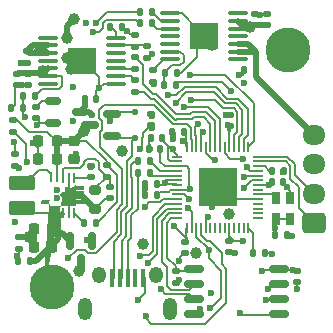
<source format=gbr>
%TF.GenerationSoftware,KiCad,Pcbnew,9.0.5*%
%TF.CreationDate,2025-12-03T11:23:26-08:00*%
%TF.ProjectId,camcontrol,63616d63-6f6e-4747-926f-6c2e6b696361,rev?*%
%TF.SameCoordinates,Original*%
%TF.FileFunction,Copper,L1,Top*%
%TF.FilePolarity,Positive*%
%FSLAX46Y46*%
G04 Gerber Fmt 4.6, Leading zero omitted, Abs format (unit mm)*
G04 Created by KiCad (PCBNEW 9.0.5) date 2025-12-03 11:23:26*
%MOMM*%
%LPD*%
G01*
G04 APERTURE LIST*
G04 Aperture macros list*
%AMRoundRect*
0 Rectangle with rounded corners*
0 $1 Rounding radius*
0 $2 $3 $4 $5 $6 $7 $8 $9 X,Y pos of 4 corners*
0 Add a 4 corners polygon primitive as box body*
4,1,4,$2,$3,$4,$5,$6,$7,$8,$9,$2,$3,0*
0 Add four circle primitives for the rounded corners*
1,1,$1+$1,$2,$3*
1,1,$1+$1,$4,$5*
1,1,$1+$1,$6,$7*
1,1,$1+$1,$8,$9*
0 Add four rect primitives between the rounded corners*
20,1,$1+$1,$2,$3,$4,$5,0*
20,1,$1+$1,$4,$5,$6,$7,0*
20,1,$1+$1,$6,$7,$8,$9,0*
20,1,$1+$1,$8,$9,$2,$3,0*%
%AMFreePoly0*
4,1,77,1.105355,0.885355,1.120000,0.850000,1.120000,0.750000,1.770000,0.750000,1.805355,0.735355,1.820000,0.700000,1.820000,0.500000,1.805355,0.464645,1.770000,0.450000,1.120000,0.450000,1.120000,0.350000,1.770000,0.350000,1.805355,0.335355,1.820000,0.300000,1.820000,0.100000,1.805355,0.064645,1.770000,0.050000,1.120000,0.050000,1.120000,-0.050000,1.770000,-0.050000,
1.805355,-0.064645,1.820000,-0.100000,1.820000,-0.300000,1.805355,-0.335355,1.770000,-0.350000,1.120000,-0.350000,1.120000,-0.450000,1.770000,-0.450000,1.805355,-0.464645,1.820000,-0.500000,1.820000,-0.700000,1.805355,-0.735355,1.770000,-0.750000,1.120000,-0.750000,1.120000,-0.850000,1.105355,-0.885355,1.070000,-0.900000,-1.080000,-0.900000,-1.115355,-0.885355,-1.130000,-0.850000,
-1.130000,-0.750000,-1.780000,-0.750000,-1.815355,-0.735355,-1.830000,-0.700000,-1.830000,-0.500000,-1.815355,-0.464645,-1.780000,-0.450000,-1.130000,-0.450000,-1.130000,-0.350000,-1.780000,-0.350000,-1.815355,-0.335355,-1.830000,-0.300000,-1.830000,-0.100000,-1.815355,-0.064645,-1.780000,-0.050000,-1.130000,-0.050000,-1.130000,0.050000,-1.780000,0.050000,-1.815355,0.064645,-1.830000,0.100000,
-1.830000,0.300000,-1.815355,0.335355,-1.780000,0.350000,-1.130000,0.350000,-1.130000,0.450000,-1.780000,0.450000,-1.815355,0.464645,-1.830000,0.500000,-1.830000,0.700000,-1.815355,0.735355,-1.780000,0.750000,-1.130000,0.750000,-1.130000,0.850000,-1.115355,0.885355,-1.080000,0.900000,1.070000,0.900000,1.105355,0.885355,1.105355,0.885355,$1*%
G04 Aperture macros list end*
%TA.AperFunction,SMDPad,CuDef*%
%ADD10RoundRect,0.140000X0.170000X-0.140000X0.170000X0.140000X-0.170000X0.140000X-0.170000X-0.140000X0*%
%TD*%
%TA.AperFunction,SMDPad,CuDef*%
%ADD11RoundRect,0.200000X-0.275000X0.200000X-0.275000X-0.200000X0.275000X-0.200000X0.275000X0.200000X0*%
%TD*%
%TA.AperFunction,SMDPad,CuDef*%
%ADD12RoundRect,0.135000X0.135000X0.185000X-0.135000X0.185000X-0.135000X-0.185000X0.135000X-0.185000X0*%
%TD*%
%TA.AperFunction,SMDPad,CuDef*%
%ADD13R,0.280000X0.880000*%
%TD*%
%TA.AperFunction,SMDPad,CuDef*%
%ADD14FreePoly0,0.000000*%
%TD*%
%TA.AperFunction,SMDPad,CuDef*%
%ADD15R,0.400000X1.600000*%
%TD*%
%TA.AperFunction,ComponentPad*%
%ADD16O,1.200000X1.400000*%
%TD*%
%TA.AperFunction,ComponentPad*%
%ADD17O,1.200000X1.900000*%
%TD*%
%TA.AperFunction,SMDPad,CuDef*%
%ADD18RoundRect,0.140000X-0.170000X0.140000X-0.170000X-0.140000X0.170000X-0.140000X0.170000X0.140000X0*%
%TD*%
%TA.AperFunction,SMDPad,CuDef*%
%ADD19RoundRect,0.135000X-0.185000X0.135000X-0.185000X-0.135000X0.185000X-0.135000X0.185000X0.135000X0*%
%TD*%
%TA.AperFunction,SMDPad,CuDef*%
%ADD20RoundRect,0.140000X-0.140000X-0.170000X0.140000X-0.170000X0.140000X0.170000X-0.140000X0.170000X0*%
%TD*%
%TA.AperFunction,SMDPad,CuDef*%
%ADD21RoundRect,0.135000X0.185000X-0.135000X0.185000X0.135000X-0.185000X0.135000X-0.185000X-0.135000X0*%
%TD*%
%TA.AperFunction,SMDPad,CuDef*%
%ADD22RoundRect,0.140000X0.140000X0.170000X-0.140000X0.170000X-0.140000X-0.170000X0.140000X-0.170000X0*%
%TD*%
%TA.AperFunction,ComponentPad*%
%ADD23C,3.800000*%
%TD*%
%TA.AperFunction,SMDPad,CuDef*%
%ADD24RoundRect,0.150000X-0.150000X0.587500X-0.150000X-0.587500X0.150000X-0.587500X0.150000X0.587500X0*%
%TD*%
%TA.AperFunction,SMDPad,CuDef*%
%ADD25RoundRect,0.225000X0.225000X0.250000X-0.225000X0.250000X-0.225000X-0.250000X0.225000X-0.250000X0*%
%TD*%
%TA.AperFunction,SMDPad,CuDef*%
%ADD26RoundRect,0.135000X-0.135000X-0.185000X0.135000X-0.185000X0.135000X0.185000X-0.135000X0.185000X0*%
%TD*%
%TA.AperFunction,SMDPad,CuDef*%
%ADD27RoundRect,0.225000X-0.250000X0.225000X-0.250000X-0.225000X0.250000X-0.225000X0.250000X0.225000X0*%
%TD*%
%TA.AperFunction,SMDPad,CuDef*%
%ADD28RoundRect,0.250000X0.850000X-0.375000X0.850000X0.375000X-0.850000X0.375000X-0.850000X-0.375000X0*%
%TD*%
%TA.AperFunction,SMDPad,CuDef*%
%ADD29RoundRect,0.150000X0.587500X0.150000X-0.587500X0.150000X-0.587500X-0.150000X0.587500X-0.150000X0*%
%TD*%
%TA.AperFunction,SMDPad,CuDef*%
%ADD30O,1.730000X0.340000*%
%TD*%
%TA.AperFunction,SMDPad,CuDef*%
%ADD31R,2.460000X2.310000*%
%TD*%
%TA.AperFunction,SMDPad,CuDef*%
%ADD32RoundRect,0.162500X-0.650000X-0.162500X0.650000X-0.162500X0.650000X0.162500X-0.650000X0.162500X0*%
%TD*%
%TA.AperFunction,SMDPad,CuDef*%
%ADD33R,0.800000X1.000000*%
%TD*%
%TA.AperFunction,SMDPad,CuDef*%
%ADD34RoundRect,0.150000X-0.512500X-0.150000X0.512500X-0.150000X0.512500X0.150000X-0.512500X0.150000X0*%
%TD*%
%TA.AperFunction,SMDPad,CuDef*%
%ADD35RoundRect,0.125000X-0.125000X0.125000X-0.125000X-0.125000X0.125000X-0.125000X0.125000X0.125000X0*%
%TD*%
%TA.AperFunction,SMDPad,CuDef*%
%ADD36RoundRect,0.050000X0.050000X-0.387500X0.050000X0.387500X-0.050000X0.387500X-0.050000X-0.387500X0*%
%TD*%
%TA.AperFunction,SMDPad,CuDef*%
%ADD37RoundRect,0.050000X0.387500X-0.050000X0.387500X0.050000X-0.387500X0.050000X-0.387500X-0.050000X0*%
%TD*%
%TA.AperFunction,HeatsinkPad*%
%ADD38R,3.200000X3.200000*%
%TD*%
%TA.AperFunction,ComponentPad*%
%ADD39RoundRect,0.250000X0.725000X-0.600000X0.725000X0.600000X-0.725000X0.600000X-0.725000X-0.600000X0*%
%TD*%
%TA.AperFunction,ComponentPad*%
%ADD40O,1.950000X1.700000*%
%TD*%
%TA.AperFunction,ViaPad*%
%ADD41C,0.600000*%
%TD*%
%TA.AperFunction,ViaPad*%
%ADD42C,1.000000*%
%TD*%
%TA.AperFunction,Conductor*%
%ADD43C,0.200000*%
%TD*%
%TA.AperFunction,Conductor*%
%ADD44C,0.500000*%
%TD*%
G04 APERTURE END LIST*
D10*
%TO.P,C7,1*%
%TO.N,Net-(U3-VAUX)*%
X7315200Y-14704000D03*
%TO.P,C7,2*%
%TO.N,GND*%
X7315200Y-13744000D03*
%TD*%
%TO.P,C6,1*%
%TO.N,+3V3*%
X2692400Y-9725600D03*
%TO.P,C6,2*%
%TO.N,GND*%
X2692400Y-8765600D03*
%TD*%
D11*
%TO.P,R10,1*%
%TO.N,Net-(U3-FB)*%
X7694800Y-15792000D03*
%TO.P,R10,2*%
%TO.N,GND*%
X7694800Y-17442000D03*
%TD*%
D10*
%TO.P,C20,1*%
%TO.N,+3V3*%
X19050000Y-10436800D03*
%TO.P,C20,2*%
%TO.N,GND*%
X19050000Y-9476800D03*
%TD*%
D12*
%TO.P,R24,1*%
%TO.N,/TX BATT SENSE *%
X1576800Y-8890000D03*
%TO.P,R24,2*%
%TO.N,GND*%
X556800Y-8890000D03*
%TD*%
D13*
%TO.P,U3,1,L1*%
%TO.N,Net-(U3-L1)*%
X3916800Y-17732800D03*
%TO.P,U3,2,VIN*%
%TO.N,/BATT POSTSW*%
X4416800Y-17732800D03*
%TO.P,U3,3,EN*%
X4916800Y-17732800D03*
%TO.P,U3,4,PS/SYNC*%
%TO.N,GND*%
X5416800Y-17732800D03*
%TO.P,U3,5,PG*%
%TO.N,Net-(U3-PG)*%
X5916800Y-17732800D03*
%TO.P,U3,6,VAUX*%
%TO.N,Net-(U3-VAUX)*%
X5916800Y-14762800D03*
%TO.P,U3,7,GND*%
%TO.N,GND*%
X5416800Y-14762800D03*
%TO.P,U3,8,FB*%
%TO.N,Net-(U3-FB)*%
X4916800Y-14762800D03*
%TO.P,U3,9,VOUT*%
%TO.N,+5V*%
X4416800Y-14732800D03*
%TO.P,U3,10,L2*%
%TO.N,Net-(U3-L2)*%
X3916800Y-14732800D03*
D14*
%TO.P,U3,11,PAD*%
%TO.N,GND*%
X4916800Y-16232800D03*
%TD*%
D15*
%TO.P,J2,1,VBUS*%
%TO.N,VBUS*%
X9114000Y-23250700D03*
%TO.P,J2,2,D-*%
%TO.N,/USB_D-*%
X9764000Y-23250700D03*
%TO.P,J2,3,D+*%
%TO.N,/USB_D+*%
X10414000Y-23250700D03*
%TO.P,J2,4,ID*%
%TO.N,unconnected-(J2-ID-Pad4)*%
X11064000Y-23250700D03*
%TO.P,J2,5,GND*%
%TO.N,GND*%
X11714000Y-23240700D03*
D16*
%TO.P,J2,6,Shield*%
%TO.N,unconnected-(J2-Shield-Pad6)*%
X12834000Y-23000700D03*
%TO.P,J2,7*%
%TO.N,N/C*%
X7994000Y-23000700D03*
D17*
%TO.P,J2,8*%
X6814000Y-25900700D03*
%TO.P,J2,9*%
X14014000Y-25900700D03*
%TD*%
D12*
%TO.P,R23,1*%
%TO.N,+12V*%
X2592800Y-7874000D03*
%TO.P,R23,2*%
%TO.N,/TX BATT SENSE *%
X1572800Y-7874000D03*
%TD*%
D18*
%TO.P,C17,1*%
%TO.N,+3V3*%
X18999200Y-20144800D03*
%TO.P,C17,2*%
%TO.N,GND*%
X18999200Y-21104800D03*
%TD*%
D19*
%TO.P,R11,1*%
%TO.N,GND*%
X11023600Y-2690400D03*
%TO.P,R11,2*%
%TO.N,Net-(U7-SNS)*%
X11023600Y-3710400D03*
%TD*%
D12*
%TO.P,R13,1*%
%TO.N,+5V*%
X7774400Y-18592800D03*
%TO.P,R13,2*%
%TO.N,Net-(U3-PG)*%
X6754400Y-18592800D03*
%TD*%
%TO.P,R5,1*%
%TO.N,/RP USB_D-*%
X12292200Y-13368900D03*
%TO.P,R5,2*%
%TO.N,/USB_D-*%
X11272200Y-13368900D03*
%TD*%
D20*
%TO.P,C22,1*%
%TO.N,+3V3*%
X22634000Y-15138400D03*
%TO.P,C22,2*%
%TO.N,GND*%
X23594000Y-15138400D03*
%TD*%
D21*
%TO.P,R17,1*%
%TO.N,/VID EN*%
X11023600Y-7522400D03*
%TO.P,R17,2*%
%TO.N,Net-(U7-EN)*%
X11023600Y-6502400D03*
%TD*%
D22*
%TO.P,C15,1*%
%TO.N,+3V3*%
X13332400Y-11430000D03*
%TO.P,C15,2*%
%TO.N,GND*%
X12372400Y-11430000D03*
%TD*%
D10*
%TO.P,C4,1*%
%TO.N,+5V*%
X21234400Y-1851600D03*
%TO.P,C4,2*%
%TO.N,GND*%
X21234400Y-891600D03*
%TD*%
D12*
%TO.P,R6,1*%
%TO.N,+3V3*%
X23624000Y-14173200D03*
%TO.P,R6,2*%
%TO.N,/RUN*%
X22604000Y-14173200D03*
%TD*%
D10*
%TO.P,C1,1*%
%TO.N,/SX RST*%
X12395200Y-10335200D03*
%TO.P,C1,2*%
%TO.N,GND*%
X12395200Y-9375200D03*
%TD*%
D22*
%TO.P,C19,1*%
%TO.N,+3V3*%
X15161200Y-10922000D03*
%TO.P,C19,2*%
%TO.N,GND*%
X14201200Y-10922000D03*
%TD*%
D23*
%TO.P,H2,1,1*%
%TO.N,GND*%
X4000000Y-24000000D03*
%TD*%
D12*
%TO.P,R14,1*%
%TO.N,/CAMSNS*%
X14480000Y-6908800D03*
%TO.P,R14,2*%
%TO.N,Net-(U2-SNS)*%
X13460000Y-6908800D03*
%TD*%
D22*
%TO.P,C13,1*%
%TO.N,+1V1*%
X13202000Y-12378300D03*
%TO.P,C13,2*%
%TO.N,GND*%
X12242000Y-12378300D03*
%TD*%
D19*
%TO.P,R18,1*%
%TO.N,/VID DIAG EN*%
X11023600Y-4572000D03*
%TO.P,R18,2*%
%TO.N,Net-(U7-DIAG_EN)*%
X11023600Y-5592000D03*
%TD*%
D24*
%TO.P,Q2,1,G*%
%TO.N,GND*%
X7416800Y-20095300D03*
%TO.P,Q2,2,S*%
%TO.N,/BATT POSTSW*%
X5516800Y-20095300D03*
%TO.P,Q2,3,D*%
%TO.N,+BATT*%
X6466800Y-21970300D03*
%TD*%
D25*
%TO.P,C24,1*%
%TO.N,+5V*%
X4405800Y-11689400D03*
%TO.P,C24,2*%
%TO.N,GND*%
X2855800Y-11689400D03*
%TD*%
D22*
%TO.P,C18,1*%
%TO.N,+3V3*%
X12874400Y-15273900D03*
%TO.P,C18,2*%
%TO.N,GND*%
X11914400Y-15273900D03*
%TD*%
D26*
%TO.P,R9,1*%
%TO.N,/LEDINDICATION*%
X21029200Y-21132800D03*
%TO.P,R9,2*%
%TO.N,Net-(D3-K)*%
X22049200Y-21132800D03*
%TD*%
D21*
%TO.P,R1,1*%
%TO.N,Net-(D1-A)*%
X863600Y-13819600D03*
%TO.P,R1,2*%
%TO.N,+3V3*%
X863600Y-12799600D03*
%TD*%
D26*
%TO.P,R4,1*%
%TO.N,/USB_D+*%
X11272200Y-14359500D03*
%TO.P,R4,2*%
%TO.N,/RP USB_D+*%
X12292200Y-14359500D03*
%TD*%
D18*
%TO.P,C21,1*%
%TO.N,+3V3*%
X15240000Y-20195600D03*
%TO.P,C21,2*%
%TO.N,GND*%
X15240000Y-21155600D03*
%TD*%
D20*
%TO.P,C14,1*%
%TO.N,+3V3*%
X22938800Y-19608800D03*
%TO.P,C14,2*%
%TO.N,GND*%
X23898800Y-19608800D03*
%TD*%
%TO.P,C5,1*%
%TO.N,Net-(D4-K)*%
X6790400Y-8092400D03*
%TO.P,C5,2*%
%TO.N,GND*%
X7750400Y-8092400D03*
%TD*%
D27*
%TO.P,C23,1*%
%TO.N,+5V*%
X5916800Y-11651000D03*
%TO.P,C23,2*%
%TO.N,GND*%
X5916800Y-13201000D03*
%TD*%
D28*
%TO.P,L1,1*%
%TO.N,Net-(U3-L1)*%
X1473200Y-17381800D03*
%TO.P,L1,2*%
%TO.N,Net-(U3-L2)*%
X1473200Y-15231800D03*
%TD*%
D18*
%TO.P,C8,1*%
%TO.N,Net-(U3-FB)*%
X8940800Y-15572800D03*
%TO.P,C8,2*%
%TO.N,GND*%
X8940800Y-16532800D03*
%TD*%
D12*
%TO.P,R7,1*%
%TO.N,/BATT POSTSW*%
X2186800Y-21842800D03*
%TO.P,R7,2*%
%TO.N,/CAM BATT SENSE *%
X1166800Y-21842800D03*
%TD*%
D29*
%TO.P,Q3,1,G*%
%TO.N,VBUS*%
X9116300Y-11262400D03*
%TO.P,Q3,2,S*%
%TO.N,Net-(D4-K)*%
X9116300Y-9362400D03*
%TO.P,Q3,3,D*%
%TO.N,+5V*%
X7241300Y-10312400D03*
%TD*%
D30*
%TO.P,U2,1,GND*%
%TO.N,GND*%
X13995600Y-844000D03*
%TO.P,U2,2,EN*%
%TO.N,Net-(U2-EN)*%
X13995600Y-1494000D03*
%TO.P,U2,3,DIAG_EN*%
%TO.N,Net-(U2-DIAG_EN)*%
X13995600Y-2144000D03*
%TO.P,U2,4,~{FAULT}*%
%TO.N,unconnected-(U2-~{FAULT}-Pad4)*%
X13995600Y-2794000D03*
%TO.P,U2,5,LATCH*%
%TO.N,unconnected-(U2-LATCH-Pad5)*%
X13995600Y-3444000D03*
%TO.P,U2,6,SNS*%
%TO.N,Net-(U2-SNS)*%
X13995600Y-4094000D03*
%TO.P,U2,7,ILIM*%
%TO.N,Net-(U2-ILIM)*%
X13995600Y-4744000D03*
%TO.P,U2,8,NC*%
%TO.N,unconnected-(U2-NC-Pad8)*%
X19735600Y-4744000D03*
%TO.P,U2,9,VOUT*%
%TO.N,/CAMPWR*%
X19735600Y-4094000D03*
%TO.P,U2,10,VOUT*%
X19735600Y-3444000D03*
%TO.P,U2,11,NC*%
%TO.N,unconnected-(U2-NC-Pad11)*%
X19735600Y-2794000D03*
%TO.P,U2,12,VBB*%
%TO.N,+5V*%
X19735600Y-2144000D03*
%TO.P,U2,13,VBB*%
X19735600Y-1494000D03*
%TO.P,U2,14,NC*%
%TO.N,unconnected-(U2-NC-Pad14)*%
X19735600Y-844000D03*
D31*
%TO.P,U2,15,GND*%
%TO.N,GND*%
X16865600Y-2794000D03*
%TD*%
D19*
%TO.P,R2,1*%
%TO.N,+5V*%
X8636000Y-13663200D03*
%TO.P,R2,2*%
%TO.N,Net-(U3-FB)*%
X8636000Y-14683200D03*
%TD*%
D25*
%TO.P,C9,1*%
%TO.N,/BATT POSTSW*%
X4001800Y-20612800D03*
%TO.P,C9,2*%
%TO.N,GND*%
X2451800Y-20612800D03*
%TD*%
D21*
%TO.P,R19,1*%
%TO.N,/VIDSNS*%
X12039600Y-4626800D03*
%TO.P,R19,2*%
%TO.N,Net-(U7-SNS)*%
X12039600Y-3606800D03*
%TD*%
D22*
%TO.P,C27,1*%
%TO.N,/CAMPWR*%
X21257200Y-5638800D03*
%TO.P,C27,2*%
%TO.N,GND*%
X20297200Y-5638800D03*
%TD*%
D26*
%TO.P,R15,1*%
%TO.N,/CAM EN*%
X11428000Y-711200D03*
%TO.P,R15,2*%
%TO.N,Net-(U2-EN)*%
X12448000Y-711200D03*
%TD*%
D21*
%TO.P,R22,1*%
%TO.N,Net-(D2-A)*%
X711200Y-10922000D03*
%TO.P,R22,2*%
%TO.N,+5V*%
X711200Y-9902000D03*
%TD*%
D25*
%TO.P,C11,1*%
%TO.N,/BATT POSTSW*%
X4001800Y-19122800D03*
%TO.P,C11,2*%
%TO.N,GND*%
X2451800Y-19122800D03*
%TD*%
D32*
%TO.P,U5,1,~{CS}*%
%TO.N,/QSPI_SS*%
X16021300Y-22529800D03*
%TO.P,U5,2,DO/IO_{1}*%
%TO.N,/QSPI_SD1*%
X16021300Y-23799800D03*
%TO.P,U5,3,~{WP}/IO_{2}*%
%TO.N,/QSPI_SD2*%
X16021300Y-25069800D03*
%TO.P,U5,4,GND*%
%TO.N,GND*%
X16021300Y-26339800D03*
%TO.P,U5,5,DI/IO_{0}*%
%TO.N,/QSPI_SDO*%
X23196300Y-26339800D03*
%TO.P,U5,6,CLK*%
%TO.N,/QSPI_SCLK*%
X23196300Y-25069800D03*
%TO.P,U5,7,~{HOLD}/~{RESET}/IO_{3}*%
%TO.N,/QSPI_SD3*%
X23196300Y-23799800D03*
%TO.P,U5,8,VCC*%
%TO.N,+3V3*%
X23196300Y-22529800D03*
%TD*%
D18*
%TO.P,C29,1*%
%TO.N,+12V*%
X1012600Y-5988400D03*
%TO.P,C29,2*%
%TO.N,GND*%
X1012600Y-6948400D03*
%TD*%
D12*
%TO.P,R25,1*%
%TO.N,GND*%
X14581600Y-5892800D03*
%TO.P,R25,2*%
%TO.N,Net-(U2-SNS)*%
X13561600Y-5892800D03*
%TD*%
D33*
%TO.P,X1,1,OE/NC*%
%TO.N,+3V3*%
X24208600Y-18255200D03*
%TO.P,X1,2,GND*%
%TO.N,GND*%
X24208600Y-16455200D03*
%TO.P,X1,3,OUT*%
%TO.N,/XIN*%
X23008600Y-16455200D03*
%TO.P,X1,4,VDD*%
%TO.N,+3V3*%
X23008600Y-18255200D03*
%TD*%
D23*
%TO.P,H1,1,1*%
%TO.N,GND*%
X24000000Y-4000000D03*
%TD*%
D18*
%TO.P,C28,1*%
%TO.N,+12V*%
X2003200Y-5988400D03*
%TO.P,C28,2*%
%TO.N,GND*%
X2003200Y-6948400D03*
%TD*%
%TO.P,C12,1*%
%TO.N,+3V3*%
X24790400Y-22684800D03*
%TO.P,C12,2*%
%TO.N,GND*%
X24790400Y-23644800D03*
%TD*%
%TO.P,C30,1*%
%TO.N,/VIDPWR*%
X1927000Y-4083400D03*
%TO.P,C30,2*%
%TO.N,GND*%
X1927000Y-5043400D03*
%TD*%
D34*
%TO.P,U4,1,GND*%
%TO.N,GND*%
X4102900Y-8242400D03*
%TO.P,U4,2,Vout*%
%TO.N,+3V3*%
X4102900Y-10142400D03*
%TO.P,U4,3,Vin*%
%TO.N,Net-(D4-K)*%
X6377900Y-9192400D03*
%TD*%
D26*
%TO.P,R16,1*%
%TO.N,/CAM DIAG EN*%
X11428000Y-1676400D03*
%TO.P,R16,2*%
%TO.N,Net-(U2-DIAG_EN)*%
X12448000Y-1676400D03*
%TD*%
D10*
%TO.P,C26,1*%
%TO.N,+5V*%
X22199600Y-1851600D03*
%TO.P,C26,2*%
%TO.N,GND*%
X22199600Y-891600D03*
%TD*%
D19*
%TO.P,R12,1*%
%TO.N,Net-(U2-ILIM)*%
X12547600Y-5687600D03*
%TO.P,R12,2*%
%TO.N,GND*%
X12547600Y-6707600D03*
%TD*%
%TO.P,R3,1*%
%TO.N,/QSPI_SS*%
X14478000Y-22654800D03*
%TO.P,R3,2*%
%TO.N,/BOOTSEL*%
X14478000Y-23674800D03*
%TD*%
D26*
%TO.P,R21,1*%
%TO.N,Net-(U7-ILIM)*%
X8938800Y-2032000D03*
%TO.P,R21,2*%
%TO.N,GND*%
X9958800Y-2032000D03*
%TD*%
D30*
%TO.P,U7,1,GND*%
%TO.N,GND*%
X9423200Y-6820900D03*
%TO.P,U7,2,EN*%
%TO.N,Net-(U7-EN)*%
X9423200Y-6170900D03*
%TO.P,U7,3,DIAG_EN*%
%TO.N,Net-(U7-DIAG_EN)*%
X9423200Y-5520900D03*
%TO.P,U7,4,~{FAULT}*%
%TO.N,unconnected-(U7-~{FAULT}-Pad4)*%
X9423200Y-4870900D03*
%TO.P,U7,5,LATCH*%
%TO.N,unconnected-(U7-LATCH-Pad5)*%
X9423200Y-4220900D03*
%TO.P,U7,6,SNS*%
%TO.N,Net-(U7-SNS)*%
X9423200Y-3570900D03*
%TO.P,U7,7,ILIM*%
%TO.N,Net-(U7-ILIM)*%
X9423200Y-2920900D03*
%TO.P,U7,8,NC*%
%TO.N,unconnected-(U7-NC-Pad8)*%
X3683200Y-2920900D03*
%TO.P,U7,9,VOUT*%
%TO.N,/VIDPWR*%
X3683200Y-3570900D03*
%TO.P,U7,10,VOUT*%
X3683200Y-4220900D03*
%TO.P,U7,11,NC*%
%TO.N,unconnected-(U7-NC-Pad11)*%
X3683200Y-4870900D03*
%TO.P,U7,12,VBB*%
%TO.N,+12V*%
X3683200Y-5520900D03*
%TO.P,U7,13,VBB*%
X3683200Y-6170900D03*
%TO.P,U7,14,NC*%
%TO.N,unconnected-(U7-NC-Pad14)*%
X3683200Y-6820900D03*
D31*
%TO.P,U7,15,GND*%
%TO.N,GND*%
X6553200Y-4870900D03*
%TD*%
D21*
%TO.P,R8,1*%
%TO.N,/CAM BATT SENSE *%
X1186800Y-20832800D03*
%TO.P,R8,2*%
%TO.N,GND*%
X1186800Y-19812800D03*
%TD*%
D35*
%TO.P,D4,1,K*%
%TO.N,Net-(D4-K)*%
X11023600Y-9212400D03*
%TO.P,D4,2,A*%
%TO.N,VBUS*%
X11023600Y-11412400D03*
%TD*%
D25*
%TO.P,C25,1*%
%TO.N,+5V*%
X4405800Y-13188000D03*
%TO.P,C25,2*%
%TO.N,GND*%
X2855800Y-13188000D03*
%TD*%
D36*
%TO.P,U6,1,IOVDD*%
%TO.N,+3V3*%
X15434000Y-19033100D03*
%TO.P,U6,2,GPIO0*%
%TO.N,/SX RST*%
X15834000Y-19033100D03*
%TO.P,U6,3,GPIO1*%
%TO.N,/TXEN*%
X16234000Y-19033100D03*
%TO.P,U6,4,GPIO2*%
%TO.N,/RXEN*%
X16634000Y-19033100D03*
%TO.P,U6,5,GPIO3*%
%TO.N,/BUSY*%
X17034000Y-19033100D03*
%TO.P,U6,6,GPIO4*%
%TO.N,unconnected-(U6-GPIO4-Pad6)*%
X17434000Y-19033100D03*
%TO.P,U6,7,GPIO5*%
%TO.N,unconnected-(U6-GPIO5-Pad7)*%
X17834000Y-19033100D03*
%TO.P,U6,8,GPIO6*%
%TO.N,unconnected-(U6-GPIO6-Pad8)*%
X18234000Y-19033100D03*
%TO.P,U6,9,GPIO7*%
%TO.N,unconnected-(U6-GPIO7-Pad9)*%
X18634000Y-19033100D03*
%TO.P,U6,10,IOVDD*%
%TO.N,+3V3*%
X19034000Y-19033100D03*
%TO.P,U6,11,GPIO8*%
%TO.N,unconnected-(U6-GPIO8-Pad11)*%
X19434000Y-19033100D03*
%TO.P,U6,12,GPIO9*%
%TO.N,unconnected-(U6-GPIO9-Pad12)*%
X19834000Y-19033100D03*
%TO.P,U6,13,GPIO10*%
%TO.N,unconnected-(U6-GPIO10-Pad13)*%
X20234000Y-19033100D03*
%TO.P,U6,14,GPIO11*%
%TO.N,/LEDINDICATION*%
X20634000Y-19033100D03*
D37*
%TO.P,U6,15,GPIO12*%
%TO.N,unconnected-(U6-GPIO12-Pad15)*%
X21471500Y-18195600D03*
%TO.P,U6,16,GPIO13*%
%TO.N,unconnected-(U6-GPIO13-Pad16)*%
X21471500Y-17795600D03*
%TO.P,U6,17,GPIO14*%
%TO.N,unconnected-(U6-GPIO14-Pad17)*%
X21471500Y-17395600D03*
%TO.P,U6,18,GPIO15*%
%TO.N,unconnected-(U6-GPIO15-Pad18)*%
X21471500Y-16995600D03*
%TO.P,U6,19,TESTEN*%
%TO.N,GND*%
X21471500Y-16595600D03*
%TO.P,U6,20,XIN*%
%TO.N,/XIN*%
X21471500Y-16195600D03*
%TO.P,U6,21,XOUT*%
%TO.N,unconnected-(U6-XOUT-Pad21)*%
X21471500Y-15795600D03*
%TO.P,U6,22,IOVDD*%
%TO.N,+3V3*%
X21471500Y-15395600D03*
%TO.P,U6,23,DVDD*%
%TO.N,+1V1*%
X21471500Y-14995600D03*
%TO.P,U6,24,SWCLK*%
%TO.N,/SWCLK*%
X21471500Y-14595600D03*
%TO.P,U6,25,SWD*%
%TO.N,/SWD*%
X21471500Y-14195600D03*
%TO.P,U6,26,RUN*%
%TO.N,/RUN*%
X21471500Y-13795600D03*
%TO.P,U6,27,GPIO16*%
%TO.N,/CAM RX*%
X21471500Y-13395600D03*
%TO.P,U6,28,GPIO17*%
%TO.N,/CAM TX*%
X21471500Y-12995600D03*
D36*
%TO.P,U6,29,GPIO18*%
%TO.N,/CAM DIAG EN*%
X20634000Y-12158100D03*
%TO.P,U6,30,GPIO19*%
%TO.N,/CAM EN*%
X20234000Y-12158100D03*
%TO.P,U6,31,GPIO20*%
%TO.N,/MISO*%
X19834000Y-12158100D03*
%TO.P,U6,32,GPIO21*%
%TO.N,/SX CS*%
X19434000Y-12158100D03*
%TO.P,U6,33,IOVDD*%
%TO.N,+3V3*%
X19034000Y-12158100D03*
%TO.P,U6,34,GPIO22*%
%TO.N,/SCLK*%
X18634000Y-12158100D03*
%TO.P,U6,35,GPIO23*%
%TO.N,/MOSI*%
X18234000Y-12158100D03*
%TO.P,U6,36,GPIO24*%
%TO.N,/VID DIAG EN*%
X17834000Y-12158100D03*
%TO.P,U6,37,GPIO25*%
%TO.N,/VID EN*%
X17434000Y-12158100D03*
%TO.P,U6,38,GPIO26_ADC0*%
%TO.N,/TX BATT SENSE *%
X17034000Y-12158100D03*
%TO.P,U6,39,GPIO27_ADC1*%
%TO.N,/VIDSNS*%
X16634000Y-12158100D03*
%TO.P,U6,40,GPIO28_ADC2*%
%TO.N,/CAMSNS*%
X16234000Y-12158100D03*
%TO.P,U6,41,GPIO29_ADC3*%
%TO.N,/CAM BATT SENSE *%
X15834000Y-12158100D03*
%TO.P,U6,42,IOVDD*%
%TO.N,+3V3*%
X15434000Y-12158100D03*
D37*
%TO.P,U6,43,ADC_AVDD*%
X14596500Y-12995600D03*
%TO.P,U6,44,VREG_IN*%
X14596500Y-13395600D03*
%TO.P,U6,45,VREG_VOUT*%
%TO.N,+1V1*%
X14596500Y-13795600D03*
%TO.P,U6,46,USB_DM*%
%TO.N,/RP USB_D-*%
X14596500Y-14195600D03*
%TO.P,U6,47,USB_DP*%
%TO.N,/RP USB_D+*%
X14596500Y-14595600D03*
%TO.P,U6,48,USB_VDD*%
%TO.N,+3V3*%
X14596500Y-14995600D03*
%TO.P,U6,49,IOVDD*%
X14596500Y-15395600D03*
%TO.P,U6,50,DVDD*%
%TO.N,+1V1*%
X14596500Y-15795600D03*
%TO.P,U6,51,QSPI_SD3*%
%TO.N,/QSPI_SD3*%
X14596500Y-16195600D03*
%TO.P,U6,52,QSPI_SCLK*%
%TO.N,/QSPI_SCLK*%
X14596500Y-16595600D03*
%TO.P,U6,53,QSPI_SD0*%
%TO.N,/QSPI_SDO*%
X14596500Y-16995600D03*
%TO.P,U6,54,QSPI_SD2*%
%TO.N,/QSPI_SD2*%
X14596500Y-17395600D03*
%TO.P,U6,55,QSPI_SD1*%
%TO.N,/QSPI_SD1*%
X14596500Y-17795600D03*
%TO.P,U6,56,QSPI_SS*%
%TO.N,/QSPI_SS*%
X14596500Y-18195600D03*
D38*
%TO.P,U6,57,GND*%
%TO.N,GND*%
X18034000Y-15595600D03*
%TD*%
D22*
%TO.P,C10,1*%
%TO.N,+1V1*%
X12871800Y-16239100D03*
%TO.P,C10,2*%
%TO.N,GND*%
X11911800Y-16239100D03*
%TD*%
D39*
%TO.P,J8,1,Pin_1*%
%TO.N,/CAM RX*%
X26208000Y-18634400D03*
D40*
%TO.P,J8,2,Pin_2*%
%TO.N,/CAM TX*%
X26208000Y-16134400D03*
%TO.P,J8,3,Pin_3*%
%TO.N,GND*%
X26208000Y-13634400D03*
%TO.P,J8,4,Pin_4*%
%TO.N,/CAMPWR*%
X26208000Y-11134400D03*
%TD*%
D41*
%TO.N,GND*%
X21615426Y-997650D03*
X914400Y-18506800D03*
D42*
X18976722Y-17845603D03*
D41*
X5791200Y-7061200D03*
X14222840Y-11512537D03*
X19507200Y-21183600D03*
X4470400Y-16515300D03*
X17473954Y-24532823D03*
X2415637Y-11843939D03*
D42*
X17597568Y-3524474D03*
D41*
X10398785Y-2312482D03*
X6045200Y-12801600D03*
X8003281Y-7195321D03*
X17547964Y-17297323D03*
X23876000Y-15595600D03*
D42*
X5305465Y-4636879D03*
D41*
X5804000Y-9992400D03*
X1429731Y-5055254D03*
X19304000Y-16865600D03*
X11308731Y-25101318D03*
X14790688Y-21806026D03*
X24790400Y-24180800D03*
D42*
X5627800Y-5537200D03*
D41*
X7286495Y-13874000D03*
X5384800Y-15798800D03*
D42*
X2082800Y-19812800D03*
D41*
X5384800Y-16510000D03*
D42*
X16391825Y-2245968D03*
D41*
X4022374Y-8291680D03*
X18750319Y-9485420D03*
X11914400Y-15748000D03*
X6959600Y-20066000D03*
X12677271Y-6817583D03*
X19862800Y-6055600D03*
X16529448Y-25910046D03*
X24333200Y-19710400D03*
D42*
X11680002Y-20380649D03*
X16317399Y-3356022D03*
D41*
X1473200Y-6948400D03*
D42*
X17168642Y-2414879D03*
D41*
X12324955Y-12330232D03*
X4470400Y-15798800D03*
X12508331Y-9543709D03*
X6962800Y-16710000D03*
D42*
X18877458Y-14774238D03*
D41*
%TO.N,+3V3*%
X14278004Y-12361265D03*
X15072402Y-11673207D03*
X24384000Y-22631400D03*
X20228002Y-20116800D03*
X21793200Y-22707600D03*
X14380002Y-18845600D03*
X18914403Y-10298699D03*
X13565200Y-15258103D03*
X2755892Y-10302511D03*
X22376800Y-15395600D03*
X829726Y-11791000D03*
X23588000Y-14289127D03*
X22938800Y-18999200D03*
%TO.N,/SX RST*%
X12519141Y-10592260D03*
X15544800Y-17373600D03*
X11452970Y-12345202D03*
D42*
%TO.N,+5V*%
X5280568Y-2967111D03*
X5840440Y-1341452D03*
X6719450Y-10834250D03*
X20745435Y-1982964D03*
D41*
%TO.N,+1V1*%
X20271341Y-15624238D03*
X15686800Y-15709101D03*
%TO.N,/CAM BATT SENSE *%
X1016000Y-21386800D03*
X5393184Y-21598384D03*
D42*
%TO.N,+12V*%
X3288400Y-5763203D03*
%TO.N,/VIDPWR*%
X3211289Y-3999600D03*
X9927912Y-12545202D03*
D41*
%TO.N,Net-(D1-A)*%
X1201342Y-13958466D03*
%TO.N,Net-(D3-K)*%
X22656800Y-21234400D03*
D42*
%TO.N,+BATT*%
X6293068Y-22671712D03*
X16249828Y-21163600D03*
D41*
%TO.N,/SWCLK*%
X20278002Y-14721468D03*
%TO.N,/SWD*%
X20531979Y-13910296D03*
%TO.N,/BOOTSEL*%
X14742367Y-23420415D03*
%TO.N,Net-(D2-A)*%
X1906351Y-13483633D03*
%TO.N,/CAMSNS*%
X16415633Y-10253259D03*
X19181533Y-7470743D03*
%TO.N,/CAM EN*%
X13876995Y-7813185D03*
X7717800Y-1676400D03*
%TO.N,/CAM DIAG EN*%
X15710952Y-6055205D03*
X7448577Y-2469105D03*
%TO.N,/VIDSNS*%
X12496878Y-4318160D03*
X16834000Y-10935146D03*
%TO.N,/SCLK*%
X20227999Y-13170296D03*
%TO.N,/BUSY*%
X6867970Y-1693510D03*
X17191160Y-18076527D03*
X20314046Y-6746209D03*
%TO.N,/MISO*%
X14478039Y-8414227D03*
%TO.N,/SX CS*%
X15764762Y-8155205D03*
%TO.N,/MOSI*%
X15219920Y-8760799D03*
%TO.N,/QSPI_SCLK*%
X22148800Y-25146000D03*
X11851200Y-17258994D03*
%TO.N,/QSPI_SD2*%
X12157094Y-21971022D03*
X13208000Y-24231600D03*
%TO.N,/QSPI_SDO*%
X11496267Y-21365047D03*
X19964400Y-26263600D03*
%TO.N,/QSPI_SD3*%
X15584000Y-16562862D03*
X22305705Y-24161919D03*
%TO.N,/TX BATT SENSE *%
X17780998Y-13296043D03*
X1752600Y-9677400D03*
%TO.N,Net-(D4-K)*%
X7404000Y-9485202D03*
X8908394Y-9975434D03*
%TO.N,/TXEN*%
X17278004Y-20875086D03*
X17400023Y-25832823D03*
%TO.N,/RXEN*%
X11961014Y-26495709D03*
%TD*%
D43*
%TO.N,GND*%
X12676621Y-6818233D02*
X12677271Y-6817583D01*
X1012600Y-6948400D02*
X863600Y-7097400D01*
X20190399Y-6055600D02*
X19862800Y-6055600D01*
X863600Y-7097400D02*
X863600Y-8627400D01*
X8377702Y-6820900D02*
X8003281Y-7195321D01*
X14989857Y-844000D02*
X16391825Y-2245968D01*
X10972800Y-2641600D02*
X10620700Y-2641600D01*
X14974060Y-5892800D02*
X16317399Y-4549461D01*
X5916800Y-13201000D02*
X5916800Y-12930000D01*
X10398785Y-2419685D02*
X10398785Y-2312482D01*
X23898800Y-19608800D02*
X24231600Y-19608800D01*
X21640800Y-891600D02*
X21640800Y-972276D01*
X12547600Y-6707600D02*
X12658233Y-6818233D01*
X10441150Y-2462050D02*
X9933600Y-1954500D01*
X14454400Y-10905100D02*
X14454400Y-11421580D01*
X4071654Y-8242400D02*
X4022374Y-8291680D01*
D44*
X1441585Y-5043400D02*
X1429731Y-5055254D01*
D43*
X24208600Y-16455200D02*
X24208600Y-15928200D01*
X12363221Y-9398599D02*
X12508331Y-9543709D01*
X14363443Y-11512537D02*
X14222840Y-11512537D01*
X8003281Y-6245981D02*
X8003281Y-7195321D01*
X21939585Y-891600D02*
X22178962Y-961887D01*
X15240000Y-21155600D02*
X14790688Y-21604912D01*
D44*
X2451800Y-19122800D02*
X2451800Y-19761200D01*
D43*
X12242000Y-11887200D02*
X12242000Y-12378300D01*
X16529448Y-25933252D02*
X16529448Y-25910046D01*
D44*
X2400200Y-19812800D02*
X2451800Y-19761200D01*
D43*
X11856800Y-23220300D02*
X11856800Y-24553249D01*
X2003200Y-6948400D02*
X1473200Y-6948400D01*
X863600Y-8627400D02*
X601000Y-8890000D01*
D44*
X1186800Y-19812800D02*
X2082800Y-19812800D01*
D43*
X18995800Y-21166700D02*
X19490300Y-21166700D01*
X11914400Y-15273900D02*
X11914400Y-15646400D01*
X7315200Y-13845295D02*
X7286495Y-13874000D01*
X20297200Y-5638800D02*
X20297200Y-5948799D01*
X21640800Y-891600D02*
X21939585Y-891600D01*
X5416800Y-15766800D02*
X5384800Y-15798800D01*
X7750400Y-7448202D02*
X8003281Y-7195321D01*
X24790400Y-23644800D02*
X24790400Y-24180800D01*
X2855800Y-12446000D02*
X2855800Y-12284102D01*
D44*
X1927000Y-5043400D02*
X1441585Y-5043400D01*
D43*
X7750400Y-8092400D02*
X7750400Y-7448202D01*
X3123420Y-8291680D02*
X4022374Y-8291680D01*
X16317399Y-4549461D02*
X16317399Y-3356022D01*
X16021300Y-26441400D02*
X16529448Y-25933252D01*
X5416800Y-14762800D02*
X5416800Y-15766800D01*
X2855800Y-12284102D02*
X2415637Y-11843939D01*
X2855800Y-12446000D02*
X2855800Y-13188000D01*
X7416800Y-20095300D02*
X6988900Y-20095300D01*
X10441150Y-2462050D02*
X10398785Y-2419685D01*
D44*
X7694800Y-17442000D02*
X6962800Y-16710000D01*
D43*
X11914400Y-15646400D02*
X11914400Y-15748000D01*
X14790688Y-21604912D02*
X14790688Y-21806026D01*
X11914400Y-16236500D02*
X11911800Y-16239100D01*
X21471500Y-16595600D02*
X19034000Y-16595600D01*
X6988900Y-20095300D02*
X6959600Y-20066000D01*
X6553200Y-4870900D02*
X6628200Y-4870900D01*
X13995600Y-844000D02*
X14989857Y-844000D01*
X1473200Y-6948400D02*
X1012600Y-6948400D01*
D44*
X6485600Y-16232800D02*
X4916800Y-16232800D01*
D43*
X14480000Y-5892800D02*
X14974060Y-5892800D01*
X4102900Y-8242400D02*
X4071654Y-8242400D01*
X10620700Y-2641600D02*
X10441150Y-2462050D01*
X8940800Y-16532800D02*
X8604000Y-16532800D01*
D44*
X2082800Y-19812800D02*
X2400200Y-19812800D01*
X2451800Y-19761200D02*
X2451800Y-20612800D01*
D43*
X14454400Y-11421580D02*
X14363443Y-11512537D01*
X21640800Y-972276D02*
X21615426Y-997650D01*
X24208600Y-15928200D02*
X23876000Y-15595600D01*
X8604000Y-16532800D02*
X7694800Y-17442000D01*
X12658233Y-6818233D02*
X12676621Y-6818233D01*
D44*
X6962800Y-16710000D02*
X6485600Y-16232800D01*
D43*
X12242000Y-11438500D02*
X12242000Y-11887200D01*
X24231600Y-19608800D02*
X24333200Y-19710400D01*
X2855800Y-11689400D02*
X2855800Y-12446000D01*
X7315200Y-13744000D02*
X7315200Y-13845295D01*
X19050000Y-9476800D02*
X19041380Y-9485420D01*
X9423200Y-6820900D02*
X8377702Y-6820900D01*
X6628200Y-4870900D02*
X8003281Y-6245981D01*
X12324955Y-11970155D02*
X12324955Y-12330232D01*
X11914400Y-15646400D02*
X11914400Y-16236500D01*
X3059700Y-8355400D02*
X3123420Y-8291680D01*
X5916800Y-12930000D02*
X6045200Y-12801600D01*
X11856800Y-24553249D02*
X11308731Y-25101318D01*
X5416800Y-17732800D02*
X5416800Y-16542000D01*
X19041380Y-9485420D02*
X18750319Y-9485420D01*
X5416800Y-16542000D02*
X5384800Y-16510000D01*
X12242000Y-11887200D02*
X12324955Y-11970155D01*
X20297200Y-5948799D02*
X20190399Y-6055600D01*
X19490300Y-21166700D02*
X19507200Y-21183600D01*
X21234400Y-891600D02*
X21640800Y-891600D01*
X3059700Y-8355400D02*
X2664700Y-8750400D01*
%TO.N,+3V3*%
X15362800Y-10905100D02*
X15362800Y-12088900D01*
X14596500Y-13395600D02*
X14005200Y-13395600D01*
X19034000Y-20168500D02*
X18995800Y-20206700D01*
X24079200Y-22631400D02*
X24737000Y-22631400D01*
X21869400Y-22631400D02*
X21793200Y-22707600D01*
X13309600Y-15395600D02*
X13709600Y-14995600D01*
X13602697Y-15295600D02*
X13565200Y-15258103D01*
X2664700Y-9710400D02*
X2908730Y-9954430D01*
X19034000Y-19710400D02*
X19034000Y-20168500D01*
X19050000Y-10843200D02*
X18914403Y-10707603D01*
X15334000Y-19762800D02*
X15434000Y-19862800D01*
X14596500Y-12995600D02*
X14596500Y-12833000D01*
X2908730Y-10149673D02*
X2755892Y-10302511D01*
X14596500Y-15395600D02*
X14496500Y-15295600D01*
X19440400Y-20116800D02*
X20228002Y-20116800D01*
X15109365Y-11480800D02*
X15072402Y-11517763D01*
X2916003Y-10142400D02*
X2755892Y-10302511D01*
X19034000Y-12158100D02*
X19034000Y-10859200D01*
X13817600Y-13208000D02*
X13817600Y-12141200D01*
X23196300Y-22631400D02*
X21869400Y-22631400D01*
X19034000Y-10859200D02*
X19050000Y-10843200D01*
X23638800Y-14238327D02*
X23588000Y-14289127D01*
X13988150Y-12224650D02*
X13861150Y-12097650D01*
X14005200Y-13395600D02*
X13817600Y-13208000D01*
X19034000Y-19710400D02*
X19440400Y-20116800D01*
X13716000Y-15295600D02*
X13602697Y-15295600D01*
X23624000Y-14173200D02*
X23638800Y-14188000D01*
X22376800Y-15395600D02*
X22634000Y-15138400D01*
X19050000Y-10843200D02*
X19050000Y-10436800D01*
X22938800Y-19608800D02*
X22938800Y-18999200D01*
X19034000Y-19033100D02*
X19034000Y-19710400D01*
X863600Y-11824874D02*
X829726Y-11791000D01*
X2908730Y-9954430D02*
X2908730Y-10149673D01*
X13861150Y-12097650D02*
X13202000Y-11438500D01*
X15397202Y-19862800D02*
X14380002Y-18845600D01*
X21471500Y-15395600D02*
X22376800Y-15395600D01*
X13988150Y-12224650D02*
X14124765Y-12361265D01*
X23008600Y-18255200D02*
X24208600Y-18255200D01*
X13716000Y-15295600D02*
X13308000Y-15295600D01*
X14124765Y-12361265D02*
X14278004Y-12361265D01*
X13709600Y-14995600D02*
X14596500Y-14995600D01*
X863600Y-12799600D02*
X863600Y-11824874D01*
X18914403Y-10707603D02*
X18914403Y-10298699D01*
X15434000Y-20045900D02*
X15284300Y-20195600D01*
X19056800Y-10836400D02*
X19050000Y-10843200D01*
X13817600Y-12141200D02*
X13861150Y-12097650D01*
X15434000Y-19033100D02*
X15334000Y-19133100D01*
X12996100Y-15395600D02*
X12874400Y-15273900D01*
X13208000Y-15395600D02*
X13309600Y-15395600D01*
X23196300Y-22631400D02*
X24079200Y-22631400D01*
X14596500Y-12833000D02*
X13988150Y-12224650D01*
X14496500Y-15295600D02*
X13716000Y-15295600D01*
X24737000Y-22631400D02*
X24790400Y-22684800D01*
X15362799Y-11480800D02*
X15109365Y-11480800D01*
X15284300Y-20195600D02*
X15240000Y-20195600D01*
X15362800Y-12088900D02*
X15432000Y-12158100D01*
X15434000Y-19862800D02*
X15397202Y-19862800D01*
X4102900Y-10142400D02*
X2916003Y-10142400D01*
X13308000Y-15295600D02*
X13208000Y-15395600D01*
X22938800Y-18999200D02*
X22938800Y-18325000D01*
X15434000Y-19862800D02*
X15434000Y-20045900D01*
X23638800Y-14188000D02*
X23638800Y-14238327D01*
X13208000Y-15395600D02*
X12996100Y-15395600D01*
X15072402Y-11517763D02*
X15072402Y-11673207D01*
X22938800Y-18325000D02*
X23008600Y-18255200D01*
X15334000Y-19133100D02*
X15334000Y-19762800D01*
%TO.N,/SX RST*%
X15834000Y-17662800D02*
X15544800Y-17373600D01*
X11734800Y-10995600D02*
X11734800Y-11328400D01*
X15834000Y-19033100D02*
X15834000Y-17662800D01*
X11734800Y-11328400D02*
X11661000Y-11402200D01*
X12395200Y-10335200D02*
X11734800Y-10995600D01*
X11661000Y-12137172D02*
X11452970Y-12345202D01*
X11661000Y-11402200D02*
X11661000Y-12137172D01*
%TO.N,+5V*%
X1031199Y-9902000D02*
X2042599Y-10913400D01*
X4416800Y-14732800D02*
X4416800Y-13199000D01*
D44*
X20093200Y-1851600D02*
X22199600Y-1851600D01*
D43*
X4416800Y-13199000D02*
X4405800Y-13188000D01*
X7774400Y-18592800D02*
X7818350Y-18592800D01*
X3629800Y-10913400D02*
X4405800Y-11689400D01*
D44*
X4444200Y-11651000D02*
X4405800Y-11689400D01*
D43*
X8636000Y-13663200D02*
X8636000Y-13393201D01*
X9550800Y-14578000D02*
X8636000Y-13663200D01*
D44*
X5916800Y-11651000D02*
X5916800Y-11636900D01*
D43*
X7818350Y-18592800D02*
X9550800Y-16860350D01*
X2042599Y-10913400D02*
X3629800Y-10913400D01*
D44*
X5280568Y-2967111D02*
X5280568Y-1901324D01*
X5916800Y-11636900D02*
X6719450Y-10834250D01*
D43*
X8636000Y-13393201D02*
X6893799Y-11651000D01*
D44*
X6719450Y-10834250D02*
X7241300Y-10312400D01*
X6719450Y-10834250D02*
X6795650Y-10758050D01*
X5280568Y-1901324D02*
X5840440Y-1341452D01*
X19735600Y-1494000D02*
X20093200Y-1851600D01*
D43*
X6893799Y-11651000D02*
X5916800Y-11651000D01*
D44*
X5916800Y-11651000D02*
X4444200Y-11651000D01*
X4405800Y-11689400D02*
X4405800Y-13188000D01*
D43*
X9550800Y-16860350D02*
X9550800Y-14578000D01*
X711200Y-9902000D02*
X1031199Y-9902000D01*
%TO.N,Net-(U3-VAUX)*%
X7235000Y-14762800D02*
X7313800Y-14684000D01*
X5916800Y-14762800D02*
X7235000Y-14762800D01*
%TO.N,Net-(U3-FB)*%
X6958650Y-13163000D02*
X7671750Y-13163000D01*
X4916800Y-14080800D02*
X5045600Y-13952000D01*
X7975600Y-14022800D02*
X8636000Y-14683200D01*
X8940800Y-14988000D02*
X8636000Y-14683200D01*
X6704200Y-13638710D02*
X6704200Y-13417450D01*
X7975600Y-13466850D02*
X7975600Y-14022800D01*
X6704200Y-13417450D02*
X6958650Y-13163000D01*
X5045600Y-13952000D02*
X6390910Y-13952000D01*
X4916800Y-14762800D02*
X4916800Y-14080800D01*
X6390910Y-13952000D02*
X6704200Y-13638710D01*
X8940800Y-15572800D02*
X8940800Y-14988000D01*
X7694800Y-15624400D02*
X8636000Y-14683200D01*
X7694800Y-15792000D02*
X7694800Y-15624400D01*
X7671750Y-13163000D02*
X7975600Y-13466850D01*
D44*
%TO.N,/BATT POSTSW*%
X2659042Y-21842800D02*
X4507800Y-19994042D01*
X2186800Y-21842800D02*
X2659042Y-21842800D01*
X4877900Y-19456400D02*
X4507800Y-19456400D01*
X5516800Y-20095300D02*
X4877900Y-19456400D01*
X4507800Y-18643600D02*
X4507800Y-17732800D01*
X4507800Y-18141800D02*
X4825800Y-17823800D01*
X4507800Y-19456400D02*
X4507800Y-18643600D01*
X4507800Y-18643600D02*
X4507800Y-18141800D01*
X4507800Y-19994042D02*
X4507800Y-19456400D01*
D43*
%TO.N,+1V1*%
X14596500Y-13795600D02*
X13592400Y-13795600D01*
X13592400Y-13795600D02*
X13202000Y-13405200D01*
X14033639Y-15795600D02*
X13883639Y-15945600D01*
X13202000Y-13405200D02*
X13202000Y-12378300D01*
X20547241Y-15371468D02*
X20442532Y-15371468D01*
X14596500Y-13795600D02*
X15421200Y-13795600D01*
X15600301Y-15795600D02*
X15686800Y-15709101D01*
X15421200Y-13795600D02*
X15646400Y-14020800D01*
X14596500Y-15795600D02*
X15600301Y-15795600D01*
X13883639Y-15945600D02*
X13165300Y-15945600D01*
X15686800Y-15709101D02*
X15646400Y-15668701D01*
X14596500Y-15795600D02*
X14033639Y-15795600D01*
X20923109Y-14995600D02*
X20547241Y-15371468D01*
X13165300Y-15945600D02*
X12871800Y-16239100D01*
X20271341Y-15542659D02*
X20271341Y-15624238D01*
X21471500Y-14995600D02*
X20923109Y-14995600D01*
X15646400Y-15668701D02*
X15646400Y-14020800D01*
X20442532Y-15371468D02*
X20271341Y-15542659D01*
%TO.N,/CAM BATT SENSE *%
X9499600Y-19391968D02*
X7757768Y-21133800D01*
X8279800Y-10719432D02*
X8077800Y-10921432D01*
X1186800Y-21822800D02*
X1166800Y-21842800D01*
X14222586Y-10261600D02*
X12622386Y-8661400D01*
X15834000Y-12158100D02*
X15834000Y-11566800D01*
X8077800Y-12141800D02*
X9951800Y-14015800D01*
X6112768Y-20878800D02*
X5393184Y-21598384D01*
X8279800Y-9971432D02*
X8279800Y-10719432D01*
X9951800Y-14015800D02*
X9951800Y-17025036D01*
X15763800Y-10587050D02*
X15438350Y-10261600D01*
X8437832Y-8661400D02*
X8019768Y-9079464D01*
X8019768Y-9711400D02*
X8279800Y-9971432D01*
X1186800Y-20832800D02*
X1186800Y-21822800D01*
X15438350Y-10261600D02*
X14222586Y-10261600D01*
X6820832Y-20878800D02*
X6112768Y-20878800D01*
X9951800Y-17025036D02*
X9499600Y-17477236D01*
X15763800Y-11496600D02*
X15763800Y-10587050D01*
X7757768Y-21133800D02*
X7075832Y-21133800D01*
X9499600Y-17477236D02*
X9499600Y-19391968D01*
X15834000Y-11566800D02*
X15763800Y-11496600D01*
X12622386Y-8661400D02*
X8437832Y-8661400D01*
X8077800Y-10921432D02*
X8077800Y-12141800D01*
X8019768Y-9079464D02*
X8019768Y-9711400D01*
X7075832Y-21133800D02*
X6820832Y-20878800D01*
D44*
%TO.N,/CAMPWR*%
X21264400Y-4094000D02*
X21285200Y-4114800D01*
X19735600Y-3444000D02*
X20614400Y-3444000D01*
X21285200Y-4114800D02*
X21285200Y-6211600D01*
X19735600Y-4094000D02*
X21264400Y-4094000D01*
X21285200Y-6211600D02*
X26208000Y-11134400D01*
X20614400Y-3444000D02*
X21285200Y-4114800D01*
%TO.N,+12V*%
X3118218Y-5933385D02*
X3288400Y-5763203D01*
D43*
X4849200Y-7015995D02*
X4849200Y-6271900D01*
D44*
X3683200Y-5520900D02*
X3440897Y-5763203D01*
X1051461Y-5988400D02*
X1106476Y-5933385D01*
D43*
X3174900Y-7291900D02*
X4573295Y-7291900D01*
D44*
X1106476Y-5933385D02*
X3118218Y-5933385D01*
X3440897Y-5763203D02*
X3288400Y-5763203D01*
D43*
X4849200Y-6271900D02*
X4748200Y-6170900D01*
X2592800Y-7874000D02*
X3174900Y-7291900D01*
D44*
X1048376Y-5998905D02*
X1051461Y-5988400D01*
D43*
X4573295Y-7291900D02*
X4849200Y-7015995D01*
X4748200Y-6170900D02*
X3683200Y-6170900D01*
D44*
%TO.N,/VIDPWR*%
X3683200Y-4220900D02*
X2590800Y-4220900D01*
X2978906Y-3832794D02*
X3044483Y-3832794D01*
X2590800Y-4220900D02*
X2978906Y-3832794D01*
X3044483Y-3832794D02*
X3211289Y-3999600D01*
X2064500Y-4220900D02*
X1927000Y-4083400D01*
X2590800Y-4220900D02*
X2064500Y-4220900D01*
X2439500Y-3570900D02*
X1927000Y-4083400D01*
X3683200Y-3570900D02*
X2439500Y-3570900D01*
D43*
%TO.N,Net-(D1-A)*%
X1062476Y-13819600D02*
X1201342Y-13958466D01*
X863600Y-13819600D02*
X1062476Y-13819600D01*
%TO.N,Net-(D3-K)*%
X22555200Y-21132800D02*
X22656800Y-21234400D01*
X22049200Y-21132800D02*
X22555200Y-21132800D01*
%TO.N,+BATT*%
X6466800Y-21970300D02*
X6166801Y-22270299D01*
X6166801Y-22545445D02*
X6293068Y-22671712D01*
X6166801Y-22270299D02*
X6166801Y-22545445D01*
%TO.N,/SWCLK*%
X20403870Y-14595600D02*
X20278002Y-14721468D01*
X21471500Y-14595600D02*
X20403870Y-14595600D01*
%TO.N,/SWD*%
X20817283Y-14195600D02*
X20531979Y-13910296D01*
X21471500Y-14195600D02*
X20817283Y-14195600D01*
%TO.N,/BOOTSEL*%
X14478000Y-23674800D02*
X14487982Y-23674800D01*
X14487982Y-23674800D02*
X14742367Y-23420415D01*
%TO.N,Net-(U3-L1)*%
X3913200Y-17729200D02*
X3916800Y-17732800D01*
X1820600Y-17729200D02*
X3913200Y-17729200D01*
X1473200Y-17381800D02*
X1820600Y-17729200D01*
%TO.N,Net-(U3-L2)*%
X1473200Y-15231800D02*
X2098200Y-14606800D01*
X3576800Y-14092800D02*
X3916800Y-14432800D01*
X3916800Y-14432800D02*
X3916800Y-14732800D01*
X2404790Y-14606800D02*
X2918790Y-14092800D01*
X2098200Y-14606800D02*
X2404790Y-14606800D01*
X2918790Y-14092800D02*
X3576800Y-14092800D01*
%TO.N,Net-(D2-A)*%
X830943Y-10922000D02*
X711200Y-10922000D01*
X1906351Y-13483633D02*
X1808834Y-13386116D01*
X1808834Y-13386116D02*
X1808834Y-11899891D01*
X1808834Y-11899891D02*
X830943Y-10922000D01*
%TO.N,/QSPI_SS*%
X14478000Y-22654800D02*
X14478000Y-22290800D01*
X14478000Y-22654800D02*
X15997900Y-22654800D01*
X13730002Y-21542802D02*
X13730002Y-18581189D01*
X14478000Y-22290800D02*
X13730002Y-21542802D01*
X15997900Y-22654800D02*
X16021300Y-22631400D01*
X14115591Y-18195600D02*
X14596500Y-18195600D01*
X13730002Y-18581189D02*
X14115591Y-18195600D01*
%TO.N,/RP USB_D+*%
X12528300Y-14595600D02*
X12292200Y-14359500D01*
X14596500Y-14595600D02*
X12528300Y-14595600D01*
%TO.N,/USB_D+*%
X11272200Y-17401692D02*
X11272200Y-14359500D01*
X10699600Y-19889023D02*
X10699600Y-17974292D01*
X10699600Y-17974292D02*
X11272200Y-17401692D01*
X10414000Y-23250700D02*
X10414000Y-20174624D01*
X10414000Y-20174624D02*
X10699600Y-19889023D01*
%TO.N,/RP USB_D-*%
X14596500Y-14195600D02*
X13118900Y-14195600D01*
X13118900Y-14195600D02*
X12292200Y-13368900D01*
%TO.N,/USB_D-*%
X10711800Y-14709194D02*
X10711800Y-13659301D01*
X10751800Y-14749193D02*
X10711800Y-14709194D01*
X10711800Y-13659301D02*
X11002201Y-13368900D01*
X10751800Y-17356407D02*
X10751800Y-14749193D01*
X9906800Y-20116138D02*
X10299600Y-19723338D01*
X11002201Y-13368900D02*
X11272200Y-13368900D01*
X9906800Y-23230300D02*
X9906800Y-20116138D01*
X10299600Y-19723338D02*
X10299600Y-17808607D01*
X10299600Y-17808607D02*
X10751800Y-17356407D01*
%TO.N,/RUN*%
X22395914Y-14173200D02*
X22604000Y-14173200D01*
X21471500Y-13795600D02*
X22018314Y-13795600D01*
X22018314Y-13795600D02*
X22395914Y-14173200D01*
%TO.N,/LEDINDICATION*%
X21029200Y-21132800D02*
X21029200Y-19428300D01*
X21029200Y-19428300D02*
X20634000Y-19033100D01*
%TO.N,Net-(U2-SNS)*%
X15161600Y-4392000D02*
X14863600Y-4094000D01*
X14885695Y-5215000D02*
X15161600Y-4939095D01*
X15161600Y-4939095D02*
X15161600Y-4392000D01*
X13460000Y-6908800D02*
X13460000Y-5892800D01*
X13460000Y-5892800D02*
X14137800Y-5215000D01*
X14137800Y-5215000D02*
X14885695Y-5215000D01*
X14863600Y-4094000D02*
X13995600Y-4094000D01*
%TO.N,Net-(U2-ILIM)*%
X13995600Y-4744000D02*
X13491200Y-4744000D01*
X13491200Y-4744000D02*
X12547600Y-5687600D01*
%TO.N,Net-(U3-PG)*%
X6754400Y-18570400D02*
X5916800Y-17732800D01*
X6754400Y-18592800D02*
X6754400Y-18570400D01*
%TO.N,/CAMSNS*%
X14683595Y-6705205D02*
X18415995Y-6705205D01*
X16234000Y-11260439D02*
X16164800Y-11191239D01*
X14480000Y-6908800D02*
X14683595Y-6705205D01*
X18415995Y-6705205D02*
X19181533Y-7470743D01*
X16164800Y-10504092D02*
X16415633Y-10253259D01*
X16234000Y-12158100D02*
X16234000Y-11260439D01*
X16164800Y-11191239D02*
X16164800Y-10504092D01*
%TO.N,Net-(U2-EN)*%
X12448000Y-711200D02*
X13230800Y-1494000D01*
X13230800Y-1494000D02*
X13995600Y-1494000D01*
%TO.N,/CAM EN*%
X20234000Y-12158100D02*
X20234000Y-11489222D01*
X8683000Y-711200D02*
X7717800Y-1676400D01*
X20574000Y-11149222D02*
X20574000Y-8929050D01*
X20234000Y-11489222D02*
X20574000Y-11149222D01*
X18839502Y-8084420D02*
X17860287Y-7105205D01*
X17860287Y-7105205D02*
X15236058Y-7105205D01*
X20574000Y-8929050D02*
X19729370Y-8084420D01*
X19729370Y-8084420D02*
X18839502Y-8084420D01*
X11428000Y-711200D02*
X8683000Y-711200D01*
X15236058Y-7105205D02*
X14528078Y-7813185D01*
X14528078Y-7813185D02*
X13876995Y-7813185D01*
%TO.N,Net-(U2-DIAG_EN)*%
X12448000Y-1676400D02*
X12915600Y-2144000D01*
X12915600Y-2144000D02*
X13995600Y-2144000D01*
%TO.N,/CAM DIAG EN*%
X8623776Y-1406684D02*
X8367800Y-1662660D01*
X20634000Y-12158100D02*
X21082000Y-11710100D01*
X11158284Y-1406684D02*
X8623776Y-1406684D01*
X18685234Y-6055205D02*
X15710952Y-6055205D01*
X21082000Y-8451971D02*
X18685234Y-6055205D01*
X11428000Y-1676400D02*
X11158284Y-1406684D01*
X8367800Y-1662660D02*
X8367800Y-2101839D01*
X21082000Y-11710100D02*
X21082000Y-8451971D01*
X8367800Y-2101839D02*
X8000534Y-2469105D01*
X8000534Y-2469105D02*
X7448577Y-2469105D01*
%TO.N,/VID EN*%
X16043957Y-9605204D02*
X15838361Y-9810800D01*
X15838361Y-9810800D02*
X14526281Y-9810800D01*
X17434000Y-10195239D02*
X16843965Y-9605204D01*
X11814274Y-7522400D02*
X11023600Y-7522400D01*
X17434000Y-12158100D02*
X17434000Y-10195239D01*
X14526281Y-9810800D02*
X14475481Y-9861600D01*
X14440485Y-9861600D02*
X12662486Y-8083600D01*
X14475481Y-9861600D02*
X14440485Y-9861600D01*
X16843965Y-9605204D02*
X16043957Y-9605204D01*
X12662486Y-8083600D02*
X12375473Y-8083600D01*
X12375473Y-8083600D02*
X11814274Y-7522400D01*
%TO.N,Net-(U7-EN)*%
X9423200Y-6170900D02*
X10692100Y-6170900D01*
X10692100Y-6170900D02*
X11023600Y-6502400D01*
%TO.N,/VID DIAG EN*%
X11684000Y-5232400D02*
X11023600Y-4572000D01*
X15878271Y-9205204D02*
X15672676Y-9410799D01*
X11684000Y-6807200D02*
X11684000Y-5232400D01*
X12560400Y-7683600D02*
X11684000Y-6807200D01*
X17070330Y-9205205D02*
X15878271Y-9205204D01*
X15672676Y-9410799D02*
X14555370Y-9410799D01*
X17834000Y-12158100D02*
X17834000Y-9968875D01*
X17834000Y-9968875D02*
X17070330Y-9205205D01*
X12828171Y-7683600D02*
X12560400Y-7683600D01*
X14555370Y-9410799D02*
X12828171Y-7683600D01*
%TO.N,Net-(U7-DIAG_EN)*%
X11023600Y-5592000D02*
X9494300Y-5592000D01*
X9494300Y-5592000D02*
X9423200Y-5520900D01*
%TO.N,/VIDSNS*%
X16834000Y-10935146D02*
X16834000Y-10972800D01*
X16834000Y-10972800D02*
X16634000Y-11172800D01*
X12039600Y-4626800D02*
X12188238Y-4626800D01*
X12188238Y-4626800D02*
X12496878Y-4318160D01*
X16634000Y-11172800D02*
X16634000Y-12158100D01*
%TO.N,Net-(U7-SNS)*%
X9423200Y-3570900D02*
X12003700Y-3570900D01*
X12003700Y-3570900D02*
X12039600Y-3606800D01*
%TO.N,Net-(U7-ILIM)*%
X9423200Y-2920900D02*
X9423200Y-2464100D01*
X9423200Y-2464100D02*
X8913600Y-1954500D01*
%TO.N,/SCLK*%
X19094696Y-13170296D02*
X20227999Y-13170296D01*
X18634000Y-12158100D02*
X18634000Y-12709600D01*
X18634000Y-12709600D02*
X19094696Y-13170296D01*
%TO.N,/BUSY*%
X17034000Y-18233687D02*
X17191160Y-18076527D01*
X17034000Y-19033100D02*
X17034000Y-18233687D01*
%TO.N,/MISO*%
X18673816Y-8484420D02*
X17694601Y-7505205D01*
X15401744Y-7505205D02*
X14492721Y-8414227D01*
X19834000Y-12158100D02*
X19834000Y-11323536D01*
X19563683Y-8484420D02*
X18673816Y-8484420D01*
X20123324Y-11034212D02*
X20123324Y-9044061D01*
X19834000Y-11323536D02*
X20123324Y-11034212D01*
X17694601Y-7505205D02*
X15401744Y-7505205D01*
X20123324Y-9044061D02*
X19563683Y-8484420D01*
X14492721Y-8414227D02*
X14478039Y-8414227D01*
%TO.N,/SX CS*%
X19397997Y-8884420D02*
X18508131Y-8884420D01*
X19434000Y-12158100D02*
X19434000Y-11157850D01*
X18508131Y-8884420D02*
X17778916Y-8155205D01*
X19434000Y-11157850D02*
X19716800Y-10875051D01*
X19716800Y-9203223D02*
X19397997Y-8884420D01*
X19716800Y-10875051D02*
X19716800Y-9203223D01*
X17778916Y-8155205D02*
X15764762Y-8155205D01*
%TO.N,/MOSI*%
X18234000Y-12158100D02*
X18234000Y-9803189D01*
X18234000Y-9803189D02*
X17236016Y-8805205D01*
X15264326Y-8805205D02*
X15219920Y-8760799D01*
X17236016Y-8805205D02*
X15264326Y-8805205D01*
%TO.N,/QSPI_SCLK*%
X14596500Y-16595600D02*
X13452850Y-16595600D01*
X12260094Y-16850100D02*
X11851200Y-17258994D01*
X13198350Y-16850100D02*
X12260094Y-16850100D01*
X13452850Y-16595600D02*
X13198350Y-16850100D01*
%TO.N,/QSPI_SD2*%
X14596500Y-17395600D02*
X13784219Y-17395601D01*
X16021300Y-25171400D02*
X16021300Y-25069800D01*
X13624200Y-24647800D02*
X13208000Y-24231600D01*
X13784219Y-17395601D02*
X12930002Y-18249819D01*
X12930002Y-21198114D02*
X12157094Y-21971022D01*
X16021300Y-25069800D02*
X15599300Y-24647800D01*
X12930002Y-18249819D02*
X12930002Y-21198114D01*
X15599300Y-24647800D02*
X13624200Y-24647800D01*
%TO.N,/QSPI_SDO*%
X14596500Y-16995600D02*
X13618533Y-16995601D01*
X20142200Y-26441400D02*
X23196300Y-26441400D01*
X12230873Y-21283527D02*
X11577787Y-21283527D01*
X12530002Y-20984398D02*
X12230873Y-21283527D01*
X11577787Y-21283527D02*
X11496267Y-21365047D01*
X19964400Y-26263600D02*
X20142200Y-26441400D01*
X12530002Y-18084134D02*
X12530002Y-20984398D01*
X13618533Y-16995601D02*
X12530002Y-18084134D01*
%TO.N,/QSPI_SD3*%
X15216738Y-16195600D02*
X15584000Y-16562862D01*
X14596500Y-16195600D02*
X15216738Y-16195600D01*
%TO.N,/QSPI_SD1*%
X14108660Y-24245800D02*
X15575300Y-24245800D01*
X13766800Y-23903940D02*
X14108660Y-24245800D01*
X14596500Y-17795600D02*
X13949905Y-17795600D01*
X13949905Y-17795600D02*
X13330002Y-18415504D01*
X13330002Y-21886496D02*
X13766800Y-22323294D01*
X13766800Y-22323294D02*
X13766800Y-23903940D01*
X16021300Y-23799800D02*
X16021300Y-23901400D01*
X15575300Y-24245800D02*
X16021300Y-23799800D01*
X13330002Y-18415504D02*
X13330002Y-21886496D01*
%TO.N,/TX BATT SENSE *%
X1576800Y-9501600D02*
X1752600Y-9677400D01*
X1572800Y-7874000D02*
X1572800Y-8886000D01*
X17034000Y-12716000D02*
X17614043Y-13296043D01*
X1572800Y-8886000D02*
X1576800Y-8890000D01*
X17034000Y-12158100D02*
X17034000Y-12716000D01*
X1576800Y-8890000D02*
X1576800Y-9501600D01*
X17614043Y-13296043D02*
X17780998Y-13296043D01*
%TO.N,/XIN*%
X22749000Y-16195600D02*
X23008600Y-16455200D01*
X21471500Y-16195600D02*
X22749000Y-16195600D01*
D44*
%TO.N,Net-(D4-K)*%
X6790400Y-8779900D02*
X6377900Y-9192400D01*
X7111198Y-9192400D02*
X7404000Y-9485202D01*
D43*
X9266300Y-9212400D02*
X9116300Y-9362400D01*
X9116300Y-9767528D02*
X8908394Y-9975434D01*
D44*
X6790400Y-8092400D02*
X6790400Y-8779900D01*
X6377900Y-9192400D02*
X7111198Y-9192400D01*
D43*
X9116300Y-9362400D02*
X9116300Y-9767528D01*
X11023600Y-9212400D02*
X9266300Y-9212400D01*
%TO.N,VBUS*%
X9236800Y-21468400D02*
X9236800Y-20220454D01*
X9899600Y-17642922D02*
X10351800Y-17190722D01*
X10777912Y-11658088D02*
X11023600Y-11412400D01*
X10351800Y-13323396D02*
X10777912Y-12897284D01*
X10351800Y-17190722D02*
X10351800Y-13323396D01*
X9236800Y-20220454D02*
X9899600Y-19557653D01*
X10777912Y-12897284D02*
X10777912Y-11658088D01*
X11023600Y-11412400D02*
X9266300Y-11412400D01*
X9256800Y-21488400D02*
X9236800Y-21468400D01*
X9899600Y-19557653D02*
X9899600Y-17642922D01*
X9256800Y-23230300D02*
X9256800Y-21488400D01*
X9266300Y-11412400D02*
X9116300Y-11262400D01*
%TO.N,/TXEN*%
X17448777Y-25832823D02*
X17400023Y-25832823D01*
X18342200Y-22641314D02*
X18342200Y-24939400D01*
X17278004Y-21577118D02*
X18342200Y-22641314D01*
X18342200Y-24939400D02*
X17448777Y-25832823D01*
X16234000Y-19033100D02*
X16234000Y-19796886D01*
X17278004Y-20840890D02*
X17278004Y-20875086D01*
X17278004Y-20875086D02*
X17278004Y-21577118D01*
X16234000Y-19796886D02*
X17278004Y-20840890D01*
%TO.N,/RXEN*%
X17119600Y-20116800D02*
X17386196Y-20116800D01*
X16634000Y-19631200D02*
X17119600Y-20116800D01*
X12419700Y-27151700D02*
X11961014Y-26693014D01*
X18384800Y-22118229D02*
X18742200Y-22475629D01*
X16634000Y-19033100D02*
X16634000Y-19631200D01*
X17000386Y-27151700D02*
X12419700Y-27151700D01*
X17386196Y-20116800D02*
X18384800Y-21115404D01*
X18384800Y-21115404D02*
X18384800Y-22118229D01*
X11961014Y-26693014D02*
X11961014Y-26495709D01*
X18742200Y-22475629D02*
X18742200Y-25409886D01*
X18742200Y-25409886D02*
X17000386Y-27151700D01*
%TO.N,/CAM RX*%
X24909600Y-17336000D02*
X26208000Y-18634400D01*
X24197000Y-13805861D02*
X24197000Y-14856686D01*
X24197000Y-14856686D02*
X24909600Y-15569286D01*
X24909600Y-15569286D02*
X24909600Y-17336000D01*
X21471500Y-13395600D02*
X23786739Y-13395600D01*
X23786739Y-13395600D02*
X24197000Y-13805861D01*
%TO.N,/CAM TX*%
X23952425Y-12995600D02*
X21471500Y-12995600D01*
X24597000Y-13640175D02*
X23952425Y-12995600D01*
X24597000Y-14523400D02*
X24597000Y-13640175D01*
X26208000Y-16134400D02*
X24597000Y-14523400D01*
%TD*%
M02*

</source>
